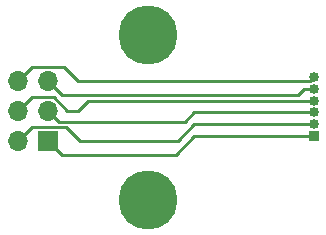
<source format=gbr>
%TF.GenerationSoftware,KiCad,Pcbnew,7.0.9-7.0.9~ubuntu22.04.1*%
%TF.CreationDate,2024-01-17T07:18:57-05:00*%
%TF.ProjectId,imu-adapter,696d752d-6164-4617-9074-65722e6b6963,rev?*%
%TF.SameCoordinates,Original*%
%TF.FileFunction,Copper,L1,Top*%
%TF.FilePolarity,Positive*%
%FSLAX46Y46*%
G04 Gerber Fmt 4.6, Leading zero omitted, Abs format (unit mm)*
G04 Created by KiCad (PCBNEW 7.0.9-7.0.9~ubuntu22.04.1) date 2024-01-17 07:18:57*
%MOMM*%
%LPD*%
G01*
G04 APERTURE LIST*
%TA.AperFunction,ComponentPad*%
%ADD10R,1.700000X1.700000*%
%TD*%
%TA.AperFunction,ComponentPad*%
%ADD11O,1.700000X1.700000*%
%TD*%
%TA.AperFunction,ComponentPad*%
%ADD12C,5.000000*%
%TD*%
%TA.AperFunction,ComponentPad*%
%ADD13R,0.850000X0.850000*%
%TD*%
%TA.AperFunction,ComponentPad*%
%ADD14O,0.850000X0.850000*%
%TD*%
%TA.AperFunction,Conductor*%
%ADD15C,0.250000*%
%TD*%
G04 APERTURE END LIST*
D10*
%TO.P,J1,1,MISO*%
%TO.N,Net-(J1-MISO)*%
X62000000Y-48000000D03*
D11*
%TO.P,J1,2,VCC*%
%TO.N,Net-(J1-VCC)*%
X59460000Y-48000000D03*
%TO.P,J1,3,SCK*%
%TO.N,Net-(J1-SCK)*%
X62000000Y-45460000D03*
%TO.P,J1,4,MOSI*%
%TO.N,Net-(J1-MOSI)*%
X59460000Y-45460000D03*
%TO.P,J1,5,~{RST}*%
%TO.N,Net-(J1-~{RST})*%
X62000000Y-42920000D03*
%TO.P,J1,6,GND*%
%TO.N,Net-(J1-GND)*%
X59460000Y-42920000D03*
%TD*%
D12*
%TO.P,H1,1*%
%TO.N,N/C*%
X70500000Y-39000000D03*
%TD*%
%TO.P,H2,1*%
%TO.N,N/C*%
X70500000Y-53000000D03*
%TD*%
D13*
%TO.P,J2,1,MISO*%
%TO.N,Net-(J1-MISO)*%
X84500000Y-47600000D03*
D14*
%TO.P,J2,2,VCC*%
%TO.N,Net-(J1-VCC)*%
X84500000Y-46600000D03*
%TO.P,J2,3,SCK*%
%TO.N,Net-(J1-SCK)*%
X84500000Y-45600000D03*
%TO.P,J2,4,MOSI*%
%TO.N,Net-(J1-MOSI)*%
X84500000Y-44600000D03*
%TO.P,J2,5,~{RST}*%
%TO.N,Net-(J1-~{RST})*%
X84500000Y-43600000D03*
%TO.P,J2,6,GND*%
%TO.N,Net-(J1-GND)*%
X84500000Y-42600000D03*
%TD*%
D15*
%TO.N,Net-(J1-VCC)*%
X59460000Y-48000000D02*
X60635000Y-46825000D01*
X73000000Y-48000000D02*
X74400000Y-46600000D01*
X60635000Y-46825000D02*
X63525000Y-46825000D01*
X63525000Y-46825000D02*
X64700000Y-48000000D01*
X64700000Y-48000000D02*
X73000000Y-48000000D01*
X74400000Y-46600000D02*
X84500000Y-46600000D01*
%TO.N,Net-(J1-SCK)*%
X74400000Y-45600000D02*
X84500000Y-45600000D01*
X73625000Y-46375000D02*
X74400000Y-45600000D01*
X62000000Y-45460000D02*
X62915000Y-46375000D01*
X62915000Y-46375000D02*
X73625000Y-46375000D01*
%TO.N,Net-(J1-MOSI)*%
X64540000Y-45460000D02*
X63661701Y-45460000D01*
X63661701Y-45460000D02*
X62486701Y-44285000D01*
X62486701Y-44285000D02*
X60635000Y-44285000D01*
X60635000Y-44285000D02*
X59460000Y-45460000D01*
%TO.N,Net-(J1-GND)*%
X64540000Y-42920000D02*
X63365000Y-41745000D01*
X63365000Y-41745000D02*
X60635000Y-41745000D01*
X60635000Y-41745000D02*
X59460000Y-42920000D01*
%TO.N,Net-(J1-MISO)*%
X72825000Y-49175000D02*
X74400000Y-47600000D01*
X63175000Y-49175000D02*
X72825000Y-49175000D01*
X74400000Y-47600000D02*
X84500000Y-47600000D01*
X62000000Y-48000000D02*
X63175000Y-49175000D01*
%TO.N,Net-(J1-MOSI)*%
X65400000Y-44600000D02*
X84500000Y-44600000D01*
X64540000Y-45460000D02*
X65400000Y-44600000D01*
%TO.N,Net-(J1-~{RST})*%
X83700000Y-43600000D02*
X84500000Y-43600000D01*
X83205000Y-44095000D02*
X83700000Y-43600000D01*
X62000000Y-42920000D02*
X63175000Y-44095000D01*
X63175000Y-44095000D02*
X83205000Y-44095000D01*
%TO.N,Net-(J1-GND)*%
X84180000Y-42920000D02*
X84500000Y-42600000D01*
X64540000Y-42920000D02*
X84180000Y-42920000D01*
%TD*%
M02*

</source>
